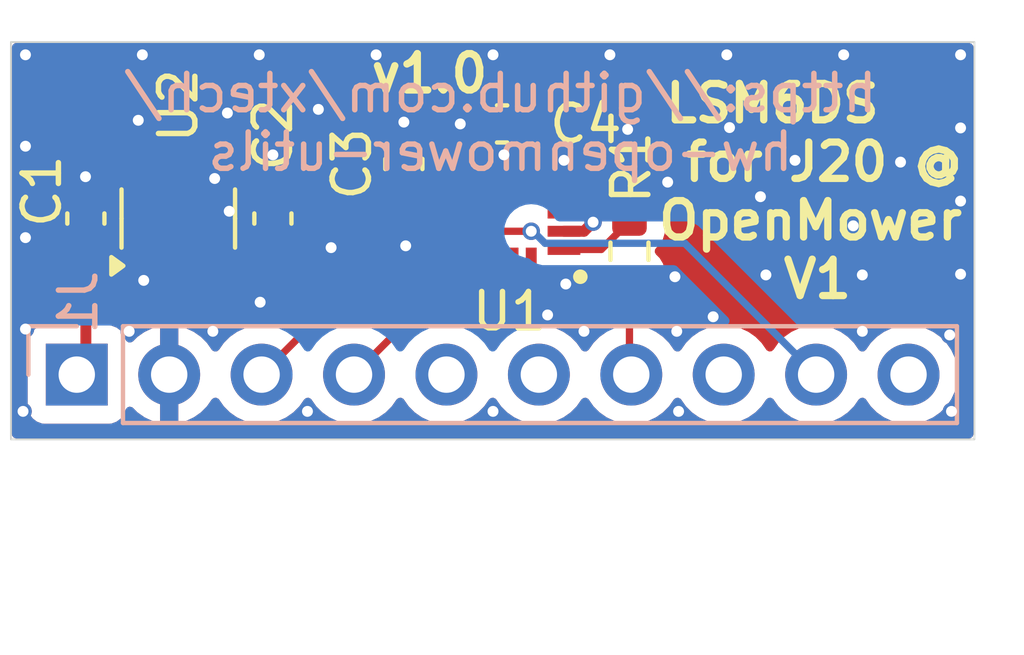
<source format=kicad_pcb>
(kicad_pcb (version 20240108) (generator "pcbnew") (generator_version "8.0")
  (title_block (title "J20 LSM6DS IMU") (date "2024-12-20") (rev "1.0") (company "Clemens Elflein, openmower.de") (comment 1 "Creative Commons Attribution-NonCommercial-ShareAlike 4.0 International License.") (comment 2 "Licensed under ") (comment 4 "(C) Apehaenger 2024 <joerg@ebeling.ws>"))
  (layers (0 "F.Cu" signal) (31 "B.Cu" signal) (34 "B.Paste" user) (35 "F.Paste" user) (36 "B.SilkS" user "B.Silkscreen") (37 "F.SilkS" user "F.Silkscreen") (38 "B.Mask" user) (39 "F.Mask" user) (44 "Edge.Cuts" user))
  (net 0 "")
  (net 1 "GND")
  (net 2 "+5V")
  (net 3 "+3V3")
  (net 4 "/MISO")
  (net 6 "/~{CS}")
  (net 9 "/MOSI")
  (net 11 "/SCK")
  (net 16 "Net-(U1-SDO{slash}SA0)")
  (footprint "Package_TO_SOT_SMD:SOT-23-3" (layer "F.Cu") (at 104.6 84 90)
    (property "Reference" "U2" (at 3.1 0 -90) (layer "F.SilkS"))
    (property "Value" "XC6206P332MR")
    (fp_line (start 0 -1.56) (end 0.8 -1.56) (stroke (width 0.12)) (layer "F.SilkS"))
    (fp_line (start 0 -1.56) (end -0.8 -1.56) (stroke (width 0.12)) (layer "F.SilkS"))
    (fp_line (start 0 1.56) (end 0.8 1.56) (stroke (width 0.12)) (layer "F.SilkS"))
    (fp_line (start 0 1.56) (end -0.8 1.56) (stroke (width 0.12)) (layer "F.SilkS"))
    (fp_poly (pts (xy -1.3 -1.51) (xy -1.54 -1.84) (xy -1.06 -1.84) (xy -1.3 -1.51)) (stroke (width 0.12)) (fill solid) (layer "F.SilkS"))
    (pad "1" smd roundrect (at -1.1375 -0.95 90) (size 1.325 0.6) (layers "F.Cu" "F.Paste" "F.Mask") (net 1 "GND"))
    (pad "2" smd roundrect (at -1.1375 0.95 90) (size 1.325 0.6) (layers "F.Cu" "F.Paste" "F.Mask") (net 3 "+3V3"))
    (pad "3" smd roundrect (at 1.1375 0 90) (size 1.325 0.6) (layers "F.Cu" "F.Paste" "F.Mask") (net 2 "+5V"))
  )
  (footprint "Capacitor_SMD:C_0603_1608Metric" (layer "F.Cu") (at 107.2 84 90)
    (property "Reference" "C2" (at 2.3 0 90) (layer "F.SilkS"))
    (property "Value" "1uF")
    (fp_line (start -0.14058 -0.51) (end 0.14058 -0.51) (stroke (width 0.12)) (layer "F.SilkS"))
    (fp_line (start -0.14058 0.51) (end 0.14058 0.51) (stroke (width 0.12)) (layer "F.SilkS"))
    (pad "1" smd roundrect (at -0.775 0 90) (size 0.9 0.95) (layers "F.Cu" "F.Paste" "F.Mask") (net 3 "+3V3"))
    (pad "2" smd roundrect (at 0.775 0 90) (size 0.9 0.95) (layers "F.Cu" "F.Paste" "F.Mask") (net 1 "GND"))
  )
  (footprint "Capacitor_SMD:C_0603_1608Metric" (layer "F.Cu") (at 113.5 81.4 180)
    (property "Reference" "C4" (at -2.3 0 180) (layer "F.SilkS"))
    (property "Value" "100nF")
    (fp_line (start -0.14058 0.51) (end 0.14058 0.51) (stroke (width 0.12)) (layer "F.SilkS"))
    (fp_line (start -0.14058 -0.51) (end 0.14058 -0.51) (stroke (width 0.12)) (layer "F.SilkS"))
    (pad "1" smd roundrect (at -0.775 0 180) (size 0.9 0.95) (layers "F.Cu" "F.Paste" "F.Mask") (net 3 "+3V3"))
    (pad "2" smd roundrect (at 0.775 0 180) (size 0.9 0.95) (layers "F.Cu" "F.Paste" "F.Mask") (net 1 "GND"))
  )
  (footprint "Resistor_SMD:R_0603_1608Metric" (layer "F.Cu") (at 117 84.9 90)
    (property "Reference" "R1" (at 2.3 0.05 -90) (layer "F.SilkS"))
    (property "Value" "22")
    (fp_line (start -0.237258 -0.5225) (end 0.237258 -0.5225) (stroke (width 0.12)) (layer "F.SilkS"))
    (fp_line (start -0.237258 0.5225) (end 0.237258 0.5225) (stroke (width 0.12)) (layer "F.SilkS"))
    (pad "1" smd roundrect (at -0.825 0 90) (size 0.8 0.95) (layers "F.Cu" "F.Paste" "F.Mask") (net 4 "/MISO"))
    (pad "2" smd roundrect (at 0.825 0 90) (size 0.8 0.95) (layers "F.Cu" "F.Paste" "F.Mask") (net 16 "Net-(U1-SDO{slash}SA0)"))
  )
  (footprint "Capacitor_SMD:C_0603_1608Metric" (layer "F.Cu") (at 102.06 84 90)
    (property "Reference" "C1" (at 0.75 -1.21 -90) (layer "F.SilkS"))
    (property "Value" "1uF")
    (fp_line (start -0.14058 -0.51) (end 0.14058 -0.51) (stroke (width 0.12)) (layer "F.SilkS"))
    (fp_line (start -0.14058 0.51) (end 0.14058 0.51) (stroke (width 0.12)) (layer "F.SilkS"))
    (pad "1" smd roundrect (at -0.775 0 90) (size 0.9 0.95) (layers "F.Cu" "F.Paste" "F.Mask") (net 2 "+5V"))
    (pad "2" smd roundrect (at 0.775 0 90) (size 0.9 0.95) (layers "F.Cu" "F.Paste" "F.Mask") (net 1 "GND"))
  )
  (footprint "Library:LSM6DSOTR" (layer "F.Cu") (at 113.8 84.1 180)
    (property "Reference" "U1" (at 0.1 -2.45 180) (layer "F.SilkS"))
    (property "Value" "LSM6DSOTR")
    (fp_circle (center -1.85 -1.5) (end -1.65 -1.5) (fill solid) (layer "F.SilkS"))
    (pad "1" smd rect (at -1.4 -0.75 180) (size 0.9 0.3) (layers "F.Cu") (net 16 "Net-(U1-SDO{slash}SA0)"))
    (pad "2" smd rect (at -1.4 -0.25 180) (size 0.9 0.3) (layers "F.Cu") (net 1 "GND"))
    (pad "3" smd rect (at -1.4 0.25 180) (size 0.9 0.3) (layers "F.Cu") (net 1 "GND"))
    (pad "4" smd rect (at -1.4 0.75 180) (size 0.9 0.3) (layers "F.Cu"))
    (pad "5" smd rect (at -0.5 1.15 180) (size 0.3 0.9) (layers "F.Cu") (net 3 "+3V3"))
    (pad "6" smd rect (at 0 1.15 180) (size 0.3 0.9) (layers "F.Cu") (net 1 "GND"))
    (pad "7" smd rect (at 0.5 1.15 180) (size 0.3 0.9) (layers "F.Cu") (net 1 "GND"))
    (pad "8" smd rect (at 1.4 0.75 180) (size 0.9 0.3) (layers "F.Cu") (net 3 "+3V3"))
    (pad "9" smd rect (at 1.4 0.25 180) (size 0.9 0.3) (layers "F.Cu"))
    (pad "10" smd rect (at 1.4 -0.25 180) (size 0.9 0.3) (layers "F.Cu"))
    (pad "11" smd rect (at 1.4 -0.75 180) (size 0.9 0.3) (layers "F.Cu"))
    (pad "12" smd rect (at 0.5 -1.15 180) (size 0.3 0.9) (layers "F.Cu") (net 6 "/~{CS}"))
    (pad "13" smd rect (at 0 -1.15 180) (size 0.3 0.9) (layers "F.Cu") (net 11 "/SCK"))
    (pad "14" smd rect (at -0.5 -1.15 180) (size 0.3 0.9) (layers "F.Cu") (net 9 "/MOSI"))
  )
  (footprint "Capacitor_SMD:C_0603_1608Metric" (layer "F.Cu") (at 110.8 82.5 90)
    (property "Reference" "C3" (at 0 -1.43 90) (layer "F.SilkS"))
    (property "Value" "100nF")
    (fp_line (start -0.14058 -0.51) (end 0.14058 -0.51) (stroke (width 0.12)) (layer "F.SilkS"))
    (fp_line (start -0.14058 0.51) (end 0.14058 0.51) (stroke (width 0.12)) (layer "F.SilkS"))
    (pad "1" smd roundrect (at -0.775 0 90) (size 0.9 0.95) (layers "F.Cu" "F.Paste" "F.Mask") (net 3 "+3V3"))
    (pad "2" smd roundrect (at 0.775 0 90) (size 0.9 0.95) (layers "F.Cu" "F.Paste" "F.Mask") (net 1 "GND"))
  )
  (footprint "Connector_PinHeader_2.54mm:PinHeader_1x10_P2.54mm_Vertical" (layer "B.Cu") (at 101.81 88.29 -90)
    (property "Reference" "J1" (at -1.99 -0.04 90) (layer "B.SilkS") (effects (justify mirror)))
    (property "Value" "Conn_01x10_Female")
    (fp_line (start -1.33 1.33) (end -1.33 0) (stroke (width 0.12)) (layer "B.SilkS"))
    (fp_line (start 0 1.33) (end -1.33 1.33) (stroke (width 0.12)) (layer "B.SilkS"))
    (fp_line (start 1.33 -1.27) (end -1.33 -1.27) (stroke (width 0.12)) (layer "B.SilkS"))
    (fp_line (start -1.33 -24.19) (end -1.33 -1.27) (stroke (width 0.12)) (layer "B.SilkS"))
    (fp_line (start 1.33 -24.19) (end 1.33 -1.27) (stroke (width 0.12)) (layer "B.SilkS"))
    (fp_line (start 1.33 -24.19) (end -1.33 -24.19) (stroke (width 0.12)) (layer "B.SilkS"))
    (pad "1" thru_hole rect (at 0 0 270) (size 1.7 1.7) (drill 1) (layers "*.Cu" "*.Mask") (net 2 "+5V"))
    (pad "2" thru_hole oval (at 0 -2.54 270) (size 1.7 1.7) (drill 1) (layers "*.Cu" "*.Mask") (net 1 "GND"))
    (pad "3" thru_hole oval (at 0 -5.08 270) (size 1.7 1.7) (drill 1) (layers "*.Cu" "*.Mask") (net 11 "/SCK"))
    (pad "4" thru_hole oval (at 0 -7.62 270) (size 1.7 1.7) (drill 1) (layers "*.Cu" "*.Mask") (net 9 "/MOSI"))
    (pad "5" thru_hole oval (at 0 -10.16 270) (size 1.7 1.7) (drill 1) (layers "*.Cu" "*.Mask"))
    (pad "6" thru_hole oval (at 0 -12.7 270) (size 1.7 1.7) (drill 1) (layers "*.Cu" "*.Mask"))
    (pad "7" thru_hole oval (at 0 -15.24 270) (size 1.7 1.7) (drill 1) (layers "*.Cu" "*.Mask") (net 4 "/MISO"))
    (pad "8" thru_hole oval (at 0 -17.78 270) (size 1.7 1.7) (drill 1) (layers "*.Cu" "*.Mask"))
    (pad "9" thru_hole oval (at 0 -20.32 270) (size 1.7 1.7) (drill 1) (layers "*.Cu" "*.Mask") (net 6 "/~{CS}"))
    (pad "10" thru_hole oval (at 0 -22.86 270) (size 1.7 1.7) (drill 1) (layers "*.Cu" "*.Mask"))
  )
  (gr_rect (start 100 79.15) (end 126.48 90.07) (stroke (width 0.05)) (fill none) (layer "Edge.Cuts"))
  (gr_text "https://github.com/xtech/\nhw-openmower-utils" (at 113.45 82.75 -0) (layer "B.SilkS") (effects (font (size 1 1)) (justify bottom mirror)))
  (gr_text "LSM6DS   \nfor J20 @\nOpenMower\nV1    " (at 126.25 86.25 0) (layer "F.SilkS") (effects (font (size 1 1) (thickness 0.2) (bold yes)) (justify right bottom)))
  (gr_text "v1.0" (at 109.8 80.6 0) (layer "F.SilkS") (effects (font (size 1 1) (thickness 0.2) (bold yes)) (justify left bottom)))
  (segment (start 113.3 82.5) (end 113.55 82.25) (width 0.3) (layer "F.Cu") (net 1))
  (segment (start 116 84.1) (end 115.75 84.35) (width 0.3) (layer "F.Cu") (net 1))
  (segment (start 116 84.1) (end 115.75 83.85) (width 0.3) (layer "F.Cu") (net 1))
  (segment (start 113.8 82.5) (end 113.55 82.25) (width 0.3) (layer "F.Cu") (net 1))
  (segment (start 113.3 82.95) (end 113.3 82.5) (width 0.3) (layer "F.Cu") (net 1))
  (segment (start 113.8 82.95) (end 113.8 82.5) (width 0.3) (layer "F.Cu") (net 1))
  (segment (start 115.75 83.85) (end 115.2 83.85) (width 0.3) (layer "F.Cu") (net 1))
  (segment (start 115.75 84.35) (end 115.2 84.35) (width 0.3) (layer "F.Cu") (net 1))
  (via (at 110.0375 79.5) (size 0.48) (drill 0.3) (layers "F.Cu" "B.Cu") (net 1))
  (via (at 105.95 81.1) (size 0.48) (drill 0.3) (layers "F.Cu" "B.Cu") (net 1))
  (via (at 123.15 84.2) (size 0.48) (drill 0.3) (layers "F.Cu" "B.Cu") (net 1))
  (via (at 123.4 85.55) (size 0.48) (drill 0.3) (layers "F.Cu" "B.Cu") (net 1))
  (via (at 116.95 81.55) (size 0.48) (drill 0.3) (layers "F.Cu" "B.Cu") (net 1))
  (via (at 122.8875 79.5) (size 0.48) (drill 0.3) (layers "F.Cu" "B.Cu") (net 1))
  (via (at 113.25 79.5) (size 0.48) (drill 0.3) (layers "F.Cu" "B.Cu") (net 1))
  (via (at 115.75 87.1) (size 0.48) (drill 0.3) (layers "F.Cu" "B.Cu") (net 1))
  (via (at 119.3 86.7) (size 0.48) (drill 0.3) (layers "F.Cu" "B.Cu") (net 1))
  (via (at 120.6 83.4) (size 0.48) (drill 0.3) (layers "F.Cu" "B.Cu") (net 1))
  (via (at 116 84.1) (size 0.48) (drill 0.3) (layers "F.Cu" "B.Cu") (net 1))
  (via (at 116.4625 79.5) (size 0.48) (drill 0.3) (layers "F.Cu" "B.Cu") (net 1))
  (via (at 110.85 84.75) (size 0.48) (drill 0.3) (layers "F.Cu" "B.Cu") (net 1))
  (via (at 103.5 81.3) (size 0.48) (drill 0.3) (layers "F.Cu" "B.Cu") (net 1))
  (via (at 107.2 82.25) (size 0.48) (drill 0.3) (layers "F.Cu" "B.Cu") (net 1))
  (via (at 126.1 85.53) (size 0.48) (drill 0.3) (layers "F.Cu" "B.Cu") (net 1))
  (via (at 126.1 81.51) (size 0.48) (drill 0.3) (layers "F.Cu" "B.Cu") (net 1))
  (via (at 125.8 87.2) (size 0.48) (drill 0.3) (layers "F.Cu" "B.Cu") (net 1))
  (via (at 106.825 79.5) (size 0.48) (drill 0.3) (layers "F.Cu" "B.Cu") (net 1))
  (via (at 110.8 81.35) (size 0.48) (drill 0.3) (layers "F.Cu" "B.Cu") (net 1))
  (via (at 100.4 82.0125) (size 0.48) (drill 0.3) (layers "F.Cu" "B.Cu") (net 1))
  (via (at 112.35 81.4) (size 0.48) (drill 0.3) (layers "F.Cu" "B.Cu") (net 1))
  (via (at 108.15 89.3) (size 0.48) (drill 0.3) (layers "F.Cu" "B.Cu") (net 1))
  (via (at 123.4 87.1) (size 0.48) (drill 0.3) (layers "F.Cu" "B.Cu") (net 1))
  (via (at 121.55 82.4) (size 0.48) (drill 0.3) (layers "F.Cu" "B.Cu") (net 1))
  (via (at 115.25 85.8) (size 0.48) (drill 0.3) (layers "F.Cu" "B.Cu") (net 1))
  (via (at 105.55 87.1) (size 0.48) (drill 0.3) (layers "F.Cu" "B.Cu") (net 1))
  (via (at 114.75 86.65) (size 0.48) (drill 0.3) (layers "F.Cu" "B.Cu") (net 1))
  (via (at 115.2 82.4) (size 0.48) (drill 0.3) (layers "F.Cu" "B.Cu") (net 1))
  (via (at 119.675 79.5) (size 0.48) (drill 0.3) (layers "F.Cu" "B.Cu") (net 1))
  (via (at 105.6 82.9) (size 0.48) (drill 0.3) (layers "F.Cu" "B.Cu") (net 1))
  (via (at 100.333334 89.3) (size 0.48) (drill 0.3) (layers "F.Cu" "B.Cu") (net 1))
  (via (at 108.8 84.8) (size 0.48) (drill 0.3) (layers "F.Cu" "B.Cu") (net 1))
  (via (at 126.1 83.52) (size 0.48) (drill 0.3) (layers "F.Cu" "B.Cu") (net 1))
  (via (at 126.1 79.5) (size 0.48) (drill 0.3) (layers "F.Cu" "B.Cu") (net 1))
  (via (at 106.85 86.3) (size 0.48) (drill 0.3) (layers "F.Cu" "B.Cu") (net 1))
  (via (at 118.05 83) (size 0.48) (drill 0.3) (layers "F.Cu" "B.Cu") (net 1))
  (via (at 100.4 84.525) (size 0.48) (drill 0.3) (layers "F.Cu" "B.Cu") (net 1))
  (via (at 124.45 82.45) (size 0.48) (drill 0.3) (layers "F.Cu" "B.Cu") (net 1))
  (via (at 100.4 87.0375) (size 0.48) (drill 0.3) (layers "F.Cu" "B.Cu") (net 1))
  (via (at 118.35 89.3) (size 0.48) (drill 0.3) (layers "F.Cu" "B.Cu") (net 1))
  (via (at 100.4 79.5) (size 0.48) (drill 0.3) (layers "F.Cu" "B.Cu") (net 1))
  (via (at 113.25 89.3) (size 0.48) (drill 0.3) (layers "F.Cu" "B.Cu") (net 1))
  (via (at 119.75 81.5) (size 0.48) (drill 0.3) (layers "F.Cu" "B.Cu") (net 1))
  (via (at 118.25 85.6) (size 0.48) (drill 0.3) (layers "F.Cu" "B.Cu") (net 1))
  (via (at 103.6125 79.5) (size 0.48) (drill 0.3) (layers "F.Cu" "B.Cu") (net 1))
  (via (at 102.05 82.85) (size 0.48) (drill 0.3) (layers "F.Cu" "B.Cu") (net 1))
  (via (at 103.25 87.1) (size 0.48) (drill 0.3) (layers "F.Cu" "B.Cu") (net 1))
  (via (at 108.45 81) (size 0.48) (drill 0.3) (layers "F.Cu" "B.Cu") (net 1))
  (via (at 103.65 85.7) (size 0.48) (drill 0.3) (layers "F.Cu" "B.Cu") (net 1))
  (via (at 113.55 82.25) (size 0.48) (drill 0.3) (layers "F.Cu" "B.Cu") (net 1))
  (via (at 106 83.8) (size 0.48) (drill 0.3) (layers "F.Cu" "B.Cu") (net 1))
  (via (at 120.75 85.55) (size 0.48) (drill 0.3) (layers "F.Cu" "B.Cu") (net 1))
  (via (at 118.3 87.1) (size 0.48) (drill 0.3) (layers "F.Cu" "B.Cu") (net 1))
  (via (at 125.85 89.3) (size 0.48) (drill 0.3) (layers "F.Cu" "B.Cu") (net 1))
  (segment (start 102.275 84.775) (end 104.1875 82.8625) (width 0.3) (layer "F.Cu") (net 2))
  (segment (start 102.06 84.775) (end 102.06 88.04) (width 0.3) (layer "F.Cu") (net 2))
  (segment (start 104.1875 82.8625) (end 104.6 82.8625) (width 0.3) (layer "F.Cu") (net 2))
  (segment (start 114.275 81.4) (end 113.425 80.55) (width 0.3) (layer "F.Cu") (net 3))
  (segment (start 110.55 80.55) (end 109.175 81.925) (width 0.3) (layer "F.Cu") (net 3))
  (segment (start 105.9125 84.775) (end 105.55 85.1375) (width 0.3) (layer "F.Cu") (net 3))
  (segment (start 109.175 81.925) (end 109.175 83.275) (width 0.3) (layer "F.Cu") (net 3))
  (segment (start 110.8 83.275) (end 108.7 83.275) (width 0.3) (layer "F.Cu") (net 3))
  (segment (start 113.425 80.55) (end 110.55 80.55) (width 0.3) (layer "F.Cu") (net 3))
  (segment (start 107.2 84.775) (end 105.9125 84.775) (width 0.3) (layer "F.Cu") (net 3))
  (segment (start 108.7 83.275) (end 107.2 84.775) (width 0.3) (layer "F.Cu") (net 3))
  (segment (start 109.175 83.275) (end 110.8 83.275) (width 0.3) (layer "F.Cu") (net 3))
  (segment (start 114.3 82.95) (end 114.3 81.425) (width 0.3) (layer "F.Cu") (net 3))
  (segment (start 112.4 83.35) (end 110.875 83.35) (width 0.3) (layer "F.Cu") (net 3))
  (segment (start 117 85.725) (end 117 88.24) (width 0.2) (layer "F.Cu") (net 4))
  (segment (start 114.3 84.35) (end 113.5 84.35) (width 0.2) (layer "F.Cu") (net 6))
  (segment (start 113.5 84.35) (end 113.3 84.55) (width 0.2) (layer "F.Cu") (net 6))
  (segment (start 113.3 84.55) (end 113.3 85.25) (width 0.2) (layer "F.Cu") (net 6))
  (via (at 114.3 84.35) (size 0.48) (drill 0.3) (layers "F.Cu" "B.Cu") (net 6))
  (segment (start 114.3 84.35) (end 114.35 84.35) (width 0.2) (layer "B.Cu") (net 6))
  (segment (start 114.35 84.35) (end 114.68 84.68) (width 0.2) (layer "B.Cu") (net 6))
  (segment (start 114.68 84.68) (end 118.52 84.68) (width 0.2) (layer "B.Cu") (net 6))
  (segment (start 118.52 84.68) (end 122.13 88.29) (width 0.2) (layer "B.Cu") (net 6))
  (segment (start 109.43 88.29) (end 111.27 86.45) (width 0.2) (layer "F.Cu") (net 9))
  (segment (start 113.705 86.45) (end 114.3 85.855) (width 0.2) (layer "F.Cu") (net 9))
  (segment (start 114.3 85.855) (end 114.3 85.25) (width 0.2) (layer "F.Cu") (net 9))
  (segment (start 111.27 86.45) (end 113.705 86.45) (width 0.2) (layer "F.Cu") (net 9))
  (segment (start 109.13 86.05) (end 113.55 86.05) (width 0.2) (layer "F.Cu") (net 11))
  (segment (start 106.89 88.29) (end 109.13 86.05) (width 0.2) (layer "F.Cu") (net 11))
  (segment (start 113.55 86.05) (end 113.8 85.8) (width 0.2) (layer "F.Cu") (net 11))
  (segment (start 113.8 85.8) (end 113.8 85.25) (width 0.2) (layer "F.Cu") (net 11))
  (segment (start 116.225 84.85) (end 117 84.075) (width 0.2) (layer "F.Cu") (net 16))
  (segment (start 115.2 84.85) (end 116.225 84.85) (width 0.2) (layer "F.Cu") (net 16))
  (zone (net 1) (net_name "GND") (layers "F&B.Cu") (connect_pads (clearance 0.5)) (min_thickness 0.25) (fill yes (thermal_gap 0.5) (thermal_bridge_width 0.5))
    (polygon (pts (xy 99.7 78.9) (xy 126.8 78.9) (xy 126.8 90.4) (xy 99.7 90.4)))
  )
)
</source>
